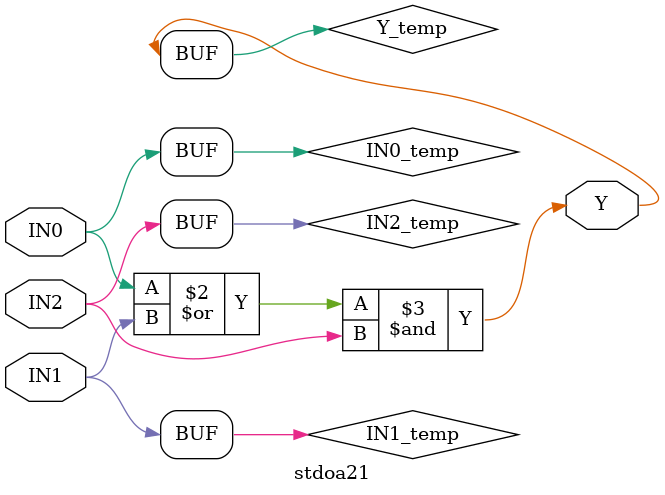
<source format=v>
module stdoa21(IN0,IN1,IN2,Y);
  parameter
        d_IN0_r = 0,
        d_IN0_f = 0,
        d_IN1_r = 0,
        d_IN1_f = 0,
        d_IN2_r = 0,
        d_IN2_f = 0,
        d_Y_r = 1,
        d_Y_f = 1;
  input  IN0;
  input  IN1;
  input  IN2;
  output  Y;
  wire  IN0_temp;
  wire  IN1_temp;
  wire  IN2_temp;
  reg  Y_temp;
  assign #(d_IN0_r,d_IN0_f) IN0_temp = IN0;
  assign #(d_IN1_r,d_IN1_f) IN1_temp = IN1;
  assign #(d_IN2_r,d_IN2_f) IN2_temp = IN2;
  assign #(d_Y_r,d_Y_f) Y = Y_temp;
  always
    @(IN0_temp or IN1_temp or IN2_temp)
      begin
      Y_temp = ((IN0_temp | IN1_temp) & IN2_temp);
      end
endmodule

</source>
